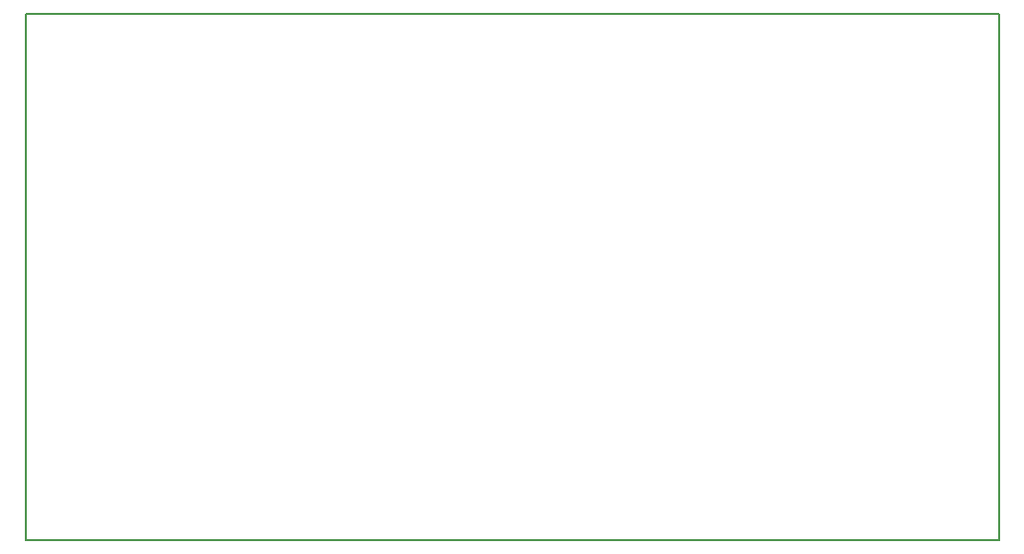
<source format=gm1>
G04 MADE WITH FRITZING*
G04 WWW.FRITZING.ORG*
G04 DOUBLE SIDED*
G04 HOLES PLATED*
G04 CONTOUR ON CENTER OF CONTOUR VECTOR*
%ASAXBY*%
%FSLAX23Y23*%
%MOIN*%
%OFA0B0*%
%SFA1.0B1.0*%
%ADD10R,3.271650X1.771650*%
%ADD11C,0.008000*%
%ADD10C,0.008*%
%LNCONTOUR*%
G90*
G70*
G54D10*
G54D11*
X4Y1768D02*
X3268Y1768D01*
X3268Y4D01*
X4Y4D01*
X4Y1768D01*
D02*
G04 End of contour*
M02*
</source>
